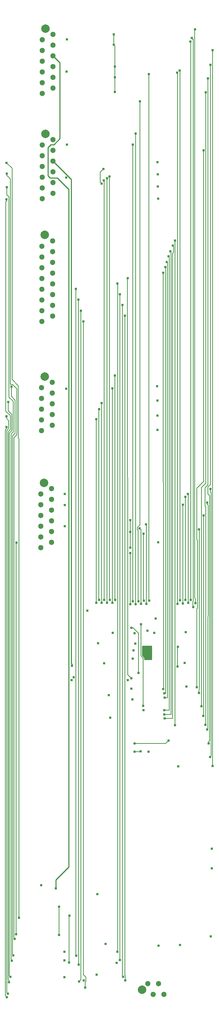
<source format=gbl>
G04 #@! TF.GenerationSoftware,KiCad,Pcbnew,5.1.5-52549c5~84~ubuntu18.04.1*
G04 #@! TF.CreationDate,2020-02-28T00:54:15-05:00*
G04 #@! TF.ProjectId,BMS_peripheral_v2,424d535f-7065-4726-9970-686572616c5f,rev?*
G04 #@! TF.SameCoordinates,Original*
G04 #@! TF.FileFunction,Copper,L4,Bot*
G04 #@! TF.FilePolarity,Positive*
%FSLAX46Y46*%
G04 Gerber Fmt 4.6, Leading zero omitted, Abs format (unit mm)*
G04 Created by KiCad (PCBNEW 5.1.5-52549c5~84~ubuntu18.04.1) date 2020-02-28 00:54:15*
%MOMM*%
%LPD*%
G04 APERTURE LIST*
%ADD10C,2.000000*%
%ADD11C,1.300000*%
%ADD12C,0.609600*%
%ADD13C,0.152400*%
%ADD14C,0.254000*%
G04 APERTURE END LIST*
D10*
X184128000Y-195958000D03*
D11*
X183388000Y-216408000D03*
X185928000Y-215138000D03*
X183388000Y-213868000D03*
X185928000Y-212598000D03*
X183388000Y-211328000D03*
X185928000Y-210058000D03*
X183388000Y-208788000D03*
X185928000Y-207518000D03*
X183388000Y-206248000D03*
X183388000Y-203708000D03*
X183388000Y-201168000D03*
X183388000Y-198628000D03*
X185928000Y-204978000D03*
X185928000Y-197358000D03*
X185928000Y-199898000D03*
X185928000Y-202438000D03*
D10*
X184077200Y-229435200D03*
D11*
X183337200Y-242265200D03*
X185877200Y-240995200D03*
X183337200Y-239725200D03*
X183337200Y-237185200D03*
X183337200Y-234645200D03*
X183337200Y-232105200D03*
X185877200Y-238455200D03*
X185877200Y-230835200D03*
X185877200Y-233375200D03*
X185877200Y-235915200D03*
D10*
X184280400Y-147139200D03*
D11*
X183540400Y-162509200D03*
X186080400Y-161239200D03*
X183540400Y-159969200D03*
X186080400Y-158699200D03*
X183540400Y-157429200D03*
X183540400Y-154889200D03*
X183540400Y-152349200D03*
X183540400Y-149809200D03*
X186080400Y-156159200D03*
X186080400Y-148539200D03*
X186080400Y-151079200D03*
X186080400Y-153619200D03*
D10*
X183899400Y-254581200D03*
D11*
X183159400Y-269951200D03*
X185699400Y-268681200D03*
X183159400Y-267411200D03*
X185699400Y-266141200D03*
X183159400Y-264871200D03*
X183159400Y-262331200D03*
X183159400Y-259791200D03*
X183159400Y-257251200D03*
X185699400Y-263601200D03*
X185699400Y-255981200D03*
X185699400Y-258521200D03*
X185699400Y-261061200D03*
D10*
X184280400Y-172031200D03*
D11*
X183540400Y-187401200D03*
X186080400Y-186131200D03*
X183540400Y-184861200D03*
X186080400Y-183591200D03*
X183540400Y-182321200D03*
X183540400Y-179781200D03*
X183540400Y-177241200D03*
X183540400Y-174701200D03*
X186080400Y-181051200D03*
X186080400Y-173431200D03*
X186080400Y-175971200D03*
X186080400Y-178511200D03*
D10*
X207108600Y-374549800D03*
D11*
X212318600Y-375589800D03*
X209778600Y-375589800D03*
X208508600Y-373049800D03*
X211048600Y-373049800D03*
D12*
X223266600Y-256082800D03*
X223189800Y-319438000D03*
X223800000Y-152250000D03*
X223825400Y-321588000D03*
X223266600Y-155700000D03*
X222885000Y-316255400D03*
X222566600Y-259250000D03*
X222529400Y-312953400D03*
X222733200Y-158950000D03*
X222072200Y-311835800D03*
X221683200Y-262350000D03*
X221625400Y-309738000D03*
X220616400Y-265650000D03*
X220573600Y-304317400D03*
X204550400Y-303313000D03*
X217616999Y-302829599D03*
X220108400Y-302938000D03*
X221666400Y-176000000D03*
X210950000Y-268650000D03*
X177333400Y-361400000D03*
X177400000Y-268800000D03*
X210850000Y-181650000D03*
X175100000Y-181450000D03*
X176988210Y-362450000D03*
X208575400Y-293813000D03*
X207625400Y-295488000D03*
X205550400Y-292638000D03*
X205125400Y-294238000D03*
X205308200Y-316280800D03*
X213410800Y-315595000D03*
X187500000Y-354875000D03*
X187500000Y-361525000D03*
X206832200Y-288036000D03*
X207340200Y-307390800D03*
X204345400Y-283358000D03*
X204360000Y-271240000D03*
X206895400Y-283268000D03*
X206570000Y-265413400D03*
X188830000Y-264880000D03*
X207505400Y-282518000D03*
X207480000Y-266632202D03*
X188820000Y-259830000D03*
X216785400Y-283118000D03*
X216780000Y-259820000D03*
X188800000Y-257260000D03*
X218055400Y-283008000D03*
X218000000Y-257260000D03*
X208145400Y-283208000D03*
X208070000Y-264440000D03*
X217395400Y-282348000D03*
X217340000Y-257910000D03*
X196925400Y-282288000D03*
X196925000Y-237175000D03*
X200115400Y-282978000D03*
X200100000Y-232283400D03*
X189153790Y-232350000D03*
X196325400Y-282988000D03*
X196300000Y-239525000D03*
X200755400Y-282328000D03*
X200720000Y-229190000D03*
X197575400Y-282998000D03*
X197540000Y-235710000D03*
X218922600Y-149402800D03*
X219227400Y-283997400D03*
X189340000Y-149760000D03*
X216135400Y-282358000D03*
X216010000Y-157070000D03*
X219640000Y-147370000D03*
X219710000Y-283108400D03*
X218671935Y-282307123D03*
X218567000Y-150241000D03*
X189240000Y-157380000D03*
X215495400Y-283208000D03*
X215440473Y-157603400D03*
X208775400Y-282468000D03*
X208720000Y-157913400D03*
X206245400Y-282608000D03*
X206603600Y-164388800D03*
X199485400Y-282288000D03*
X199450000Y-182183400D03*
X205595400Y-283318000D03*
X205570000Y-171960000D03*
X198165400Y-282288000D03*
X198090000Y-183090000D03*
X204925400Y-282638000D03*
X204900000Y-174600000D03*
X189331600Y-174574200D03*
X198865400Y-282988000D03*
X198787477Y-182559843D03*
X189141501Y-182398499D03*
X189825000Y-368033400D03*
X189925000Y-356975000D03*
X188750000Y-365550000D03*
X201300000Y-207450000D03*
X201315941Y-365516590D03*
X191500000Y-208725000D03*
X191525000Y-366500000D03*
X188775000Y-367550000D03*
X201875000Y-210000000D03*
X201850000Y-367500000D03*
X192033400Y-211275000D03*
X192100000Y-368575000D03*
X202625000Y-371475000D03*
X188775000Y-371550000D03*
X202450000Y-212575000D03*
X192675000Y-213875000D03*
X192225000Y-372550000D03*
X203025000Y-215075000D03*
X203175000Y-372275000D03*
X193300000Y-372300000D03*
X193675000Y-374000000D03*
X193275000Y-216400000D03*
X200175400Y-290088000D03*
X208375400Y-289588000D03*
X215544400Y-298018200D03*
X215569800Y-293370000D03*
X200450000Y-148550000D03*
X200425000Y-151025000D03*
X200675000Y-156150000D03*
X200675000Y-158675000D03*
X198000000Y-180350000D03*
X197550000Y-183800000D03*
X204366600Y-263450000D03*
X204300000Y-266225000D03*
X204317600Y-269925800D03*
X200710800Y-162179000D03*
X205384400Y-318185800D03*
X206806800Y-318160400D03*
X222199800Y-162250000D03*
X221175200Y-307438000D03*
X210800000Y-178800000D03*
X175051634Y-178900000D03*
X178000000Y-357500000D03*
X210650000Y-231750000D03*
X176183400Y-231850000D03*
X176683400Y-366416635D03*
X210850000Y-184550000D03*
X175100000Y-184700000D03*
X176270874Y-367650000D03*
X210750000Y-235150000D03*
X175433400Y-235450000D03*
X175966064Y-371450000D03*
X210900000Y-187400000D03*
X175051634Y-187600000D03*
X175661254Y-372750000D03*
X210750000Y-238700000D03*
X175051634Y-238900000D03*
X175356444Y-375400000D03*
X210800000Y-242100000D03*
X175051634Y-241400000D03*
X175104994Y-376316498D03*
X211046400Y-364116200D03*
X223391200Y-361932600D03*
X183275000Y-349750000D03*
X201150000Y-368125000D03*
X196400000Y-370941600D03*
X216100600Y-363948200D03*
X223596200Y-345846400D03*
X198526400Y-363702600D03*
X196570600Y-351917000D03*
X210325400Y-286713000D03*
X217425400Y-289963000D03*
X217175400Y-297238000D03*
X204900400Y-296163000D03*
X198125400Y-297263000D03*
X196675400Y-292588000D03*
X199250400Y-304838000D03*
X199575400Y-310138000D03*
X207500400Y-308388000D03*
X204850400Y-305863000D03*
X203750400Y-301238000D03*
X190422200Y-301308800D03*
X205350400Y-290188000D03*
X223621600Y-341172800D03*
X215696800Y-321640200D03*
X208610200Y-318211200D03*
X190931800Y-300634400D03*
X194132200Y-284810200D03*
X190550800Y-297916600D03*
X186715400Y-350520000D03*
X206298800Y-299567600D03*
X210025400Y-290138000D03*
X204546200Y-288899600D03*
X214934800Y-311912000D03*
X214900000Y-197271640D03*
X214366600Y-198475000D03*
X212445600Y-310337200D03*
X213833200Y-199825000D03*
X212394800Y-309397400D03*
X213400000Y-201025000D03*
X212369400Y-308381400D03*
X212991600Y-202375000D03*
X212471000Y-305409600D03*
X212394800Y-304368200D03*
X212625000Y-203600000D03*
X212140800Y-303377600D03*
X212150000Y-204925000D03*
X204575400Y-300863000D03*
X203700000Y-206200000D03*
D13*
X223266600Y-256050000D02*
X223266600Y-256481052D01*
X223292000Y-319379000D02*
X223469200Y-319201800D01*
X223371974Y-256874574D02*
X223469200Y-256971800D01*
X223371974Y-256586426D02*
X223371974Y-256874574D01*
X223266600Y-256481052D02*
X223371974Y-256586426D01*
X223469200Y-256971800D02*
X223469200Y-319201800D01*
X223802000Y-321588000D02*
X223800000Y-321590000D01*
X223825400Y-321588000D02*
X223802000Y-321588000D01*
X223800000Y-152250000D02*
X223800000Y-321590000D01*
X223088200Y-316153800D02*
X222987190Y-316254810D01*
X222987190Y-316254810D02*
X222987190Y-316288000D01*
X223266600Y-255033400D02*
X223266600Y-155700000D01*
X222885000Y-315824348D02*
X223113600Y-315595748D01*
X222885000Y-316255400D02*
X222885000Y-315824348D01*
X223113600Y-315595748D02*
X223113600Y-257632200D01*
X223113600Y-257632200D02*
X222733199Y-257251799D01*
X222733199Y-257251799D02*
X222733199Y-255566801D01*
X222733199Y-255566801D02*
X223266600Y-255033400D01*
X222566600Y-259681052D02*
X222750000Y-259864452D01*
X222566600Y-259250000D02*
X222566600Y-259681052D01*
X222621800Y-312988000D02*
X222707200Y-312902600D01*
X222592000Y-312988000D02*
X222621800Y-312988000D01*
X222750000Y-259864452D02*
X222707200Y-312902600D01*
X222733200Y-255135734D02*
X222033199Y-255835735D01*
X222733200Y-158950000D02*
X222733200Y-255135734D01*
X222033199Y-255835735D02*
X222033199Y-260133199D01*
X222033199Y-260133199D02*
X222216600Y-260316600D01*
X222242000Y-311802400D02*
X222224600Y-311785000D01*
X222242000Y-311838000D02*
X222242000Y-311802400D01*
X222216600Y-260316600D02*
X222224600Y-311785000D01*
X221680800Y-309738000D02*
X221716600Y-309702200D01*
X221625400Y-309738000D02*
X221680800Y-309738000D01*
X221683200Y-262350000D02*
X221716600Y-309702200D01*
X220625400Y-304338000D02*
X220625400Y-304351200D01*
X220625400Y-304351200D02*
X220616400Y-304360200D01*
X220700600Y-265734200D02*
X220616400Y-265650000D01*
X220700600Y-303504600D02*
X220700600Y-265734200D01*
X220573600Y-304317400D02*
X220573600Y-303631600D01*
X220573600Y-303631600D02*
X220700600Y-303504600D01*
X220108400Y-302928400D02*
X220083000Y-302903000D01*
X220108400Y-302938000D02*
X220108400Y-302928400D01*
X220082999Y-267882999D02*
X220083000Y-267883000D01*
X221666400Y-176000000D02*
X221666400Y-254283600D01*
X220108400Y-302938000D02*
X220108400Y-284386400D01*
X220108400Y-284386400D02*
X220268800Y-284226000D01*
X220268800Y-284226000D02*
X220268800Y-268274800D01*
X220065600Y-268071600D02*
X220065600Y-267741400D01*
X220268800Y-268274800D02*
X220065600Y-268071600D01*
X220065600Y-267741400D02*
X220082999Y-267882999D01*
X220082999Y-255862201D02*
X220675200Y-255270000D01*
X220082999Y-267882999D02*
X220082999Y-255862201D01*
X221666400Y-254283600D02*
X220675200Y-255270000D01*
X220675200Y-255270000D02*
X220082999Y-255867001D01*
X177350000Y-268800000D02*
X177350000Y-361383400D01*
X177350000Y-361383400D02*
X177333400Y-361400000D01*
X175100000Y-181881052D02*
X176000000Y-182781052D01*
X175100000Y-181450000D02*
X175100000Y-181881052D01*
X176000000Y-182781052D02*
X176000000Y-231250000D01*
X176439433Y-231316599D02*
X177450000Y-232327166D01*
X176066599Y-231316599D02*
X176439433Y-231316599D01*
X176000000Y-231250000D02*
X176066599Y-231316599D01*
X177450000Y-232327166D02*
X177450000Y-243300000D01*
X177450000Y-243300000D02*
X176800000Y-243950000D01*
X176800000Y-243950000D02*
X176800000Y-362450000D01*
X176800000Y-362450000D02*
X176988210Y-362450000D01*
X205308200Y-316280800D02*
X212725000Y-316280800D01*
X212725000Y-316280800D02*
X213410800Y-315595000D01*
X187500000Y-354875000D02*
X187500000Y-361525000D01*
X206832200Y-295484234D02*
X206832200Y-288036000D01*
X207340200Y-295992234D02*
X206832200Y-295484234D01*
X207340200Y-307390800D02*
X207340200Y-295992234D01*
X204320000Y-271280000D02*
X204360000Y-271240000D01*
X204313200Y-283358000D02*
X204292200Y-283337000D01*
X204345400Y-283358000D02*
X204313200Y-283358000D01*
X204292200Y-283337000D02*
X204320000Y-271280000D01*
X206870000Y-265713400D02*
X206570000Y-265413400D01*
X206895400Y-283299200D02*
X206883000Y-283311600D01*
X206895400Y-283268000D02*
X206895400Y-283299200D01*
X206883000Y-283311600D02*
X206870000Y-265713400D01*
X207480000Y-282511600D02*
X207480000Y-266632202D01*
X207486400Y-282518000D02*
X207480000Y-282511600D01*
X207505400Y-282518000D02*
X207486400Y-282518000D01*
X216760000Y-259840000D02*
X216780000Y-259820000D01*
X216785400Y-283264400D02*
X216760000Y-283289800D01*
X216785400Y-283118000D02*
X216785400Y-283264400D01*
X216760000Y-283289800D02*
X216760000Y-259840000D01*
X218030000Y-257290000D02*
X218000000Y-257260000D01*
X218055400Y-283008000D02*
X218055400Y-283003200D01*
X218055400Y-283003200D02*
X218030000Y-282977800D01*
X218030000Y-282977800D02*
X218030000Y-257290000D01*
X208120000Y-264490000D02*
X208070000Y-264440000D01*
X208145400Y-283208000D02*
X208145400Y-283217600D01*
X208145400Y-283217600D02*
X208127600Y-283235400D01*
X208127600Y-283235400D02*
X208120000Y-264490000D01*
X217370000Y-257940000D02*
X217340000Y-257910000D01*
X217397000Y-282348000D02*
X217398600Y-282346400D01*
X217395400Y-282348000D02*
X217397000Y-282348000D01*
X217398600Y-282346400D02*
X217370000Y-257940000D01*
X196900000Y-237200000D02*
X196925000Y-237175000D01*
X196906800Y-282288000D02*
X196900000Y-282294800D01*
X196925400Y-282288000D02*
X196906800Y-282288000D01*
X196900000Y-282294800D02*
X196900000Y-237200000D01*
X200090000Y-232293400D02*
X200100000Y-232283400D01*
X200115400Y-282843200D02*
X200090000Y-282817800D01*
X200115400Y-282978000D02*
X200115400Y-282843200D01*
X200090000Y-282817800D02*
X200090000Y-232293400D01*
X196325400Y-282972600D02*
X196300000Y-282947200D01*
X196325400Y-282988000D02*
X196325400Y-282972600D01*
X196300000Y-282947200D02*
X196300000Y-239525000D01*
X200730000Y-229200000D02*
X200720000Y-229190000D01*
X200755400Y-282340200D02*
X200730000Y-282365600D01*
X200755400Y-282328000D02*
X200755400Y-282340200D01*
X200730000Y-282365600D02*
X200730000Y-229200000D01*
X197550000Y-235720000D02*
X197540000Y-235710000D01*
X197555400Y-282998000D02*
X197550000Y-282992600D01*
X197575400Y-282998000D02*
X197555400Y-282998000D01*
X197550000Y-282992600D02*
X197550000Y-235720000D01*
X219176600Y-283972000D02*
X219176600Y-284048200D01*
X218922600Y-149402800D02*
X218922600Y-149479000D01*
X219200000Y-149743400D02*
X219125800Y-149682200D01*
X218922600Y-149479000D02*
X219125800Y-149682200D01*
X219125800Y-149682200D02*
X219036600Y-149580000D01*
X219227400Y-282651200D02*
X219227400Y-149707600D01*
X219125800Y-283591000D02*
X219125800Y-282752800D01*
X219125800Y-282752800D02*
X219227400Y-282651200D01*
X219227400Y-283997400D02*
X219227400Y-283692600D01*
X219227400Y-149707600D02*
X218922600Y-149402800D01*
X219227400Y-283692600D02*
X219125800Y-283591000D01*
X216110000Y-157140000D02*
X216040000Y-157070000D01*
X216040000Y-157070000D02*
X216010000Y-157070000D01*
X216135400Y-282358000D02*
X216135400Y-282404000D01*
X216135400Y-282404000D02*
X216110000Y-282429400D01*
X216110000Y-282429400D02*
X216110000Y-157140000D01*
X219570000Y-147460000D02*
X219640000Y-147390000D01*
X219640000Y-147390000D02*
X219640000Y-147370000D01*
X219608400Y-281889200D02*
X219570000Y-147460000D01*
X219710000Y-281990800D02*
X219608400Y-281889200D01*
X219710000Y-283108400D02*
X219710000Y-281990800D01*
X218650000Y-152210000D02*
X218666591Y-152193409D01*
X218666591Y-152193409D02*
X218666591Y-150246138D01*
X218671935Y-282248135D02*
X218650000Y-282226200D01*
X218671935Y-282307123D02*
X218671935Y-282248135D01*
X218650000Y-282226200D02*
X218650000Y-152210000D01*
X215470000Y-157632927D02*
X215440473Y-157603400D01*
X215495400Y-283208200D02*
X215468200Y-283235400D01*
X215495400Y-283208000D02*
X215495400Y-283208200D01*
X215468200Y-283235400D02*
X215470000Y-157632927D01*
X208750000Y-157943400D02*
X208720000Y-157913400D01*
X208775400Y-282511400D02*
X208762600Y-282524200D01*
X208775400Y-282468000D02*
X208775400Y-282511400D01*
X208762600Y-282524200D02*
X208750000Y-157943400D01*
X206036599Y-265669433D02*
X206036599Y-265143401D01*
X206220000Y-265852834D02*
X206036599Y-265669433D01*
X206036599Y-265143401D02*
X206600000Y-264580000D01*
X206245400Y-282628400D02*
X206220000Y-282653800D01*
X206245400Y-282608000D02*
X206245400Y-282628400D01*
X206220000Y-282653800D02*
X206220000Y-265852834D01*
X206552800Y-164388800D02*
X206603600Y-164388800D01*
X206603600Y-164294400D02*
X206600000Y-164290800D01*
X206603600Y-164388800D02*
X206603600Y-164294400D01*
X206600000Y-264580000D02*
X206600000Y-164290800D01*
X199460000Y-182193400D02*
X199450000Y-182183400D01*
X199485400Y-282264000D02*
X199440800Y-282219400D01*
X199485400Y-282288000D02*
X199485400Y-282264000D01*
X199440800Y-282219400D02*
X199460000Y-182193400D01*
X205594000Y-283318000D02*
X205587600Y-283311600D01*
X205595400Y-283318000D02*
X205594000Y-283318000D01*
X205587600Y-283311600D02*
X205570000Y-171960000D01*
X198140000Y-183250000D02*
X198090000Y-183200000D01*
X198090000Y-183200000D02*
X198090000Y-183090000D01*
X198165400Y-282239400D02*
X198140000Y-282214000D01*
X198165400Y-282288000D02*
X198165400Y-282239400D01*
X198140000Y-282214000D02*
X198140000Y-183250000D01*
X204925400Y-282638000D02*
X204925400Y-282649400D01*
X204925400Y-282649400D02*
X204927200Y-282651200D01*
X204927200Y-282651200D02*
X204900000Y-174600000D01*
X198840000Y-182530000D02*
X198817320Y-182530000D01*
X198817320Y-182530000D02*
X198787477Y-182559843D01*
X198865400Y-282939400D02*
X198840000Y-282914000D01*
X198865400Y-282988000D02*
X198865400Y-282939400D01*
X198840000Y-282914000D02*
X198840000Y-182530000D01*
X189825000Y-368033400D02*
X189825000Y-357075000D01*
X189825000Y-357075000D02*
X189925000Y-356975000D01*
X201325000Y-207500000D02*
X201325000Y-365550000D01*
X191500000Y-208725000D02*
X191500000Y-366475000D01*
X191500000Y-366475000D02*
X191525000Y-366500000D01*
X201850000Y-210439452D02*
X201850000Y-367500000D01*
X201866600Y-210439452D02*
X201850000Y-210439452D01*
X201875000Y-210431052D02*
X201866600Y-210439452D01*
X201875000Y-210000000D02*
X201875000Y-210431052D01*
X192033400Y-211275000D02*
X192033400Y-366218966D01*
X192100000Y-366285566D02*
X192100000Y-368575000D01*
X192033400Y-366218966D02*
X192100000Y-366285566D01*
X202450000Y-212550000D02*
X202450000Y-371425000D01*
X202675000Y-371425000D02*
X202625000Y-371475000D01*
X192675000Y-213875000D02*
X192675000Y-372100000D01*
X192675000Y-372100000D02*
X192225000Y-372550000D01*
X203158401Y-371218967D02*
X203158401Y-371891599D01*
X203025000Y-215075000D02*
X203025000Y-371085566D01*
X203025000Y-371085566D02*
X203158401Y-371218967D01*
X203158401Y-371891599D02*
X203175000Y-371908198D01*
X203175000Y-371908198D02*
X203175000Y-372275000D01*
X193833401Y-372556033D02*
X193833401Y-371533401D01*
X193675000Y-374000000D02*
X193675000Y-372714434D01*
X193675000Y-372714434D02*
X193833401Y-372556033D01*
X193833401Y-371533401D02*
X193275000Y-370975000D01*
X193275000Y-370975000D02*
X193275000Y-216400000D01*
X215544400Y-293395400D02*
X215569800Y-293370000D01*
X215544400Y-298018200D02*
X215544400Y-293395400D01*
X204317600Y-266242600D02*
X204300000Y-266225000D01*
X204317600Y-269925800D02*
X204317600Y-266242600D01*
X204300000Y-263516600D02*
X204366600Y-263450000D01*
X204300000Y-266225000D02*
X204300000Y-263516600D01*
X200710800Y-158710800D02*
X200675000Y-158675000D01*
X200710800Y-162179000D02*
X200710800Y-158710800D01*
X200675000Y-158675000D02*
X200675000Y-156150000D01*
X200675000Y-151275000D02*
X200425000Y-151025000D01*
X200675000Y-156150000D02*
X200675000Y-151275000D01*
X200425000Y-148575000D02*
X200450000Y-148550000D01*
X200425000Y-151025000D02*
X200425000Y-148575000D01*
X197245201Y-181104799D02*
X198000000Y-180350000D01*
X197245201Y-183495201D02*
X197245201Y-181104799D01*
X197550000Y-183800000D02*
X197245201Y-183495201D01*
X205384400Y-318185800D02*
X206781400Y-318185800D01*
X206781400Y-318185800D02*
X206806800Y-318160400D01*
X222199800Y-162250000D02*
X222199800Y-254700200D01*
X221149799Y-255750201D02*
X221149799Y-263049799D01*
X222199800Y-254700200D02*
X221149799Y-255750201D01*
X221149799Y-263049799D02*
X221149800Y-263049800D01*
X221175200Y-307433600D02*
X221149800Y-307408200D01*
X221175200Y-307438000D02*
X221175200Y-307433600D01*
X221149800Y-263049800D02*
X221149800Y-307408200D01*
X175051634Y-178900000D02*
X176350000Y-180198366D01*
X176350000Y-180198366D02*
X176350000Y-230150000D01*
X176350000Y-230150000D02*
X177850000Y-231650000D01*
X177850000Y-231650000D02*
X177850000Y-244000000D01*
X178000000Y-244150000D02*
X178000000Y-357500000D01*
X177850000Y-244000000D02*
X178000000Y-244150000D01*
X176183400Y-231850000D02*
X176183400Y-234133400D01*
X176183400Y-234133400D02*
X177100000Y-235050000D01*
X177100000Y-235050000D02*
X177100000Y-242900000D01*
X177100000Y-242900000D02*
X176454810Y-243545190D01*
X176454810Y-243545190D02*
X176454810Y-366188045D01*
X176454810Y-366188045D02*
X176683400Y-366416635D01*
X175100000Y-184700000D02*
X175100000Y-186450000D01*
X175100000Y-186450000D02*
X175650000Y-187000000D01*
X175650000Y-187000000D02*
X175650000Y-234400000D01*
X176604810Y-235354810D02*
X176604810Y-242595190D01*
X175650000Y-234400000D02*
X176604810Y-235354810D01*
X176604810Y-242595190D02*
X176150000Y-243050000D01*
X176150000Y-243050000D02*
X176150000Y-367529126D01*
X176150000Y-367529126D02*
X176270874Y-367650000D01*
X175433400Y-237233400D02*
X175433400Y-237383400D01*
X175433400Y-237233400D02*
X175433400Y-237583400D01*
X175433400Y-235450000D02*
X175433400Y-237233400D01*
X175433400Y-237583400D02*
X176300000Y-238450000D01*
X176300000Y-238450000D02*
X176300000Y-242300000D01*
X176300000Y-242300000D02*
X175737474Y-242862526D01*
X175737474Y-242862526D02*
X175737474Y-371221410D01*
X175737474Y-371221410D02*
X175966064Y-371450000D01*
X175550000Y-372861254D02*
X175661254Y-372750000D01*
X175661254Y-372318948D02*
X175661254Y-372750000D01*
X175432664Y-372150000D02*
X175492306Y-372150000D01*
X175432664Y-242567336D02*
X175432664Y-372150000D01*
X175550000Y-242400000D02*
X175550000Y-242450000D01*
X175051634Y-187600000D02*
X175051634Y-188031052D01*
X175950000Y-242000000D02*
X175550000Y-242400000D01*
X175051634Y-188031052D02*
X174900000Y-188182686D01*
X175550000Y-242450000D02*
X175432664Y-242567336D01*
X174900000Y-237650000D02*
X175950000Y-238700000D01*
X175492306Y-372150000D02*
X175661254Y-372318948D01*
X174900000Y-188182686D02*
X174900000Y-237650000D01*
X175950000Y-238700000D02*
X175950000Y-242000000D01*
X175585035Y-239864453D02*
X175585035Y-241764965D01*
X175051634Y-238900000D02*
X175051634Y-239331052D01*
X175051634Y-239331052D02*
X175585035Y-239864453D01*
X175585035Y-241764965D02*
X175127854Y-242222146D01*
X175127854Y-242222146D02*
X175127854Y-375171410D01*
X175127854Y-375171410D02*
X175356444Y-375400000D01*
X175051634Y-241831052D02*
X174823044Y-242059642D01*
X175051634Y-241400000D02*
X175051634Y-241831052D01*
X174823044Y-242059642D02*
X174823044Y-375790096D01*
X174834848Y-376046351D02*
X175104994Y-376316498D01*
X174830346Y-375996043D02*
X174834848Y-376046351D01*
X174824908Y-375894566D02*
X174830346Y-375996043D01*
X174823044Y-375790096D02*
X174824908Y-375894566D01*
D14*
X190550800Y-297485548D02*
X190398400Y-297333148D01*
X190550800Y-297916600D02*
X190550800Y-297485548D01*
X190398400Y-297333148D02*
X190398400Y-182829200D01*
X190398400Y-182829200D02*
X186080400Y-178511200D01*
X186715400Y-350520000D02*
X186715400Y-348488000D01*
X186715400Y-348488000D02*
X189738000Y-345465400D01*
X189738000Y-345465400D02*
X189738000Y-185166000D01*
X189738000Y-185166000D02*
X187096400Y-182524400D01*
X187096400Y-182524400D02*
X185369200Y-182524400D01*
X185369200Y-182524400D02*
X184861200Y-182016400D01*
X184861200Y-182016400D02*
X184861200Y-175285400D01*
X184861200Y-175285400D02*
X185572400Y-174574200D01*
X185572400Y-174574200D02*
X186309000Y-174574200D01*
X186309000Y-174574200D02*
X187680600Y-173202600D01*
X187680600Y-155219400D02*
X186080400Y-153619200D01*
X187680600Y-173202600D02*
X187680600Y-155219400D01*
D13*
X206298800Y-290221148D02*
X206298800Y-299567600D01*
X204977252Y-288899600D02*
X206298800Y-290221148D01*
X204546200Y-288899600D02*
X204977252Y-288899600D01*
X215075400Y-312001800D02*
X214934800Y-311861200D01*
X215075400Y-312038000D02*
X215075400Y-312001800D01*
X214934800Y-311861200D02*
X214900000Y-197271640D01*
X214579200Y-200101200D02*
X214579200Y-198687600D01*
X214350600Y-200329800D02*
X214579200Y-200101200D01*
X212445600Y-310337200D02*
X214350600Y-310337200D01*
X214579200Y-198687600D02*
X214366600Y-198475000D01*
X214350600Y-310337200D02*
X214350600Y-200329800D01*
X213950000Y-199941800D02*
X213833200Y-199825000D01*
X212394800Y-309397400D02*
X213944200Y-309397400D01*
X213944200Y-309397400D02*
X213950000Y-199941800D01*
X213525000Y-201150000D02*
X213400000Y-201025000D01*
X212369400Y-308381400D02*
X213537800Y-308381400D01*
X213537800Y-308381400D02*
X213525000Y-201150000D01*
X213175000Y-202375000D02*
X212991600Y-202375000D01*
X212521800Y-305460400D02*
X213131400Y-305460400D01*
X212471000Y-305409600D02*
X212521800Y-305460400D01*
X213131400Y-305460400D02*
X213175000Y-202375000D01*
X212700000Y-203675000D02*
X212625000Y-203600000D01*
X212394800Y-304368200D02*
X212699600Y-304368200D01*
X212699600Y-304368200D02*
X212700000Y-203675000D01*
X212175400Y-303310600D02*
X212166200Y-303301400D01*
X212175400Y-303363000D02*
X212175400Y-303310600D01*
X212166200Y-303301400D02*
X212150000Y-204925000D01*
X203675000Y-206225000D02*
X203700000Y-206200000D01*
X203708000Y-299995600D02*
X203708000Y-299618400D01*
X204575400Y-300863000D02*
X203708000Y-299995600D01*
X203708000Y-299618400D02*
X203675000Y-206225000D01*
D14*
G36*
X209296000Y-296367200D02*
G01*
X207695800Y-296367200D01*
X207695800Y-296009686D01*
X207697519Y-295992233D01*
X207695800Y-295974780D01*
X207695800Y-295974771D01*
X207690654Y-295922524D01*
X207670321Y-295855494D01*
X207637301Y-295793718D01*
X207632044Y-295787312D01*
X207603995Y-295753134D01*
X207603990Y-295753129D01*
X207592863Y-295739571D01*
X207579305Y-295728444D01*
X207187800Y-295336941D01*
X207187800Y-293243000D01*
X209296000Y-293243000D01*
X209296000Y-296367200D01*
G37*
X209296000Y-296367200D02*
X207695800Y-296367200D01*
X207695800Y-296009686D01*
X207697519Y-295992233D01*
X207695800Y-295974780D01*
X207695800Y-295974771D01*
X207690654Y-295922524D01*
X207670321Y-295855494D01*
X207637301Y-295793718D01*
X207632044Y-295787312D01*
X207603995Y-295753134D01*
X207603990Y-295753129D01*
X207592863Y-295739571D01*
X207579305Y-295728444D01*
X207187800Y-295336941D01*
X207187800Y-293243000D01*
X209296000Y-293243000D01*
X209296000Y-296367200D01*
M02*

</source>
